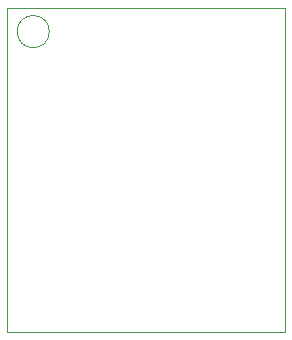
<source format=gbr>
%TF.GenerationSoftware,KiCad,Pcbnew,8.0.6*%
%TF.CreationDate,2024-10-19T09:18:50-03:00*%
%TF.ProjectId,keychain-uv-index,6b657963-6861-4696-9e2d-75762d696e64,rev?*%
%TF.SameCoordinates,Original*%
%TF.FileFunction,Profile,NP*%
%FSLAX46Y46*%
G04 Gerber Fmt 4.6, Leading zero omitted, Abs format (unit mm)*
G04 Created by KiCad (PCBNEW 8.0.6) date 2024-10-19 09:18:50*
%MOMM*%
%LPD*%
G01*
G04 APERTURE LIST*
%TA.AperFunction,Profile*%
%ADD10C,0.050000*%
%TD*%
G04 APERTURE END LIST*
D10*
X63400000Y-44200000D02*
X86900000Y-44200000D01*
X86900000Y-71600000D01*
X63400000Y-71600000D01*
X63400000Y-44200000D01*
X66960147Y-46200000D02*
G75*
G02*
X64239853Y-46200000I-1360147J0D01*
G01*
X64239853Y-46200000D02*
G75*
G02*
X66960147Y-46200000I1360147J0D01*
G01*
M02*

</source>
